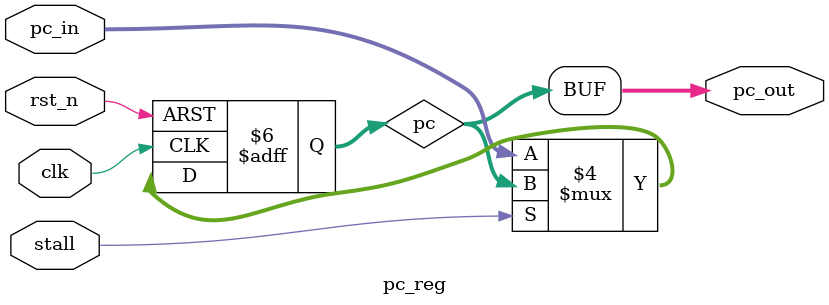
<source format=v>
module pc_reg (
    input clk,
    input rst_n,
    input stall,

    input [31:0] pc_in,
    output [31:0] pc_out
);

    localparam [31:0] default_pc = 32'h0001_0000;

    reg [31:0] pc;
    
    always @(posedge clk or negedge rst_n) begin
        if (!rst_n) pc <= default_pc;
        else if (stall) pc <= pc;
        else pc <= pc_in;
    end

    assign pc_out = pc;

endmodule
</source>
